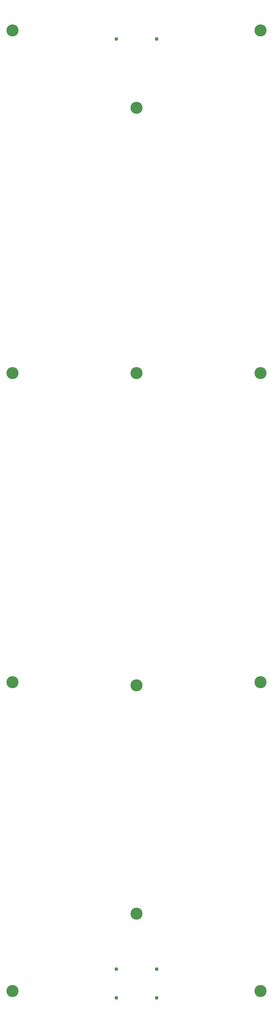
<source format=gbr>
G04 #@! TF.FileFunction,Soldermask,Bot*
%FSLAX46Y46*%
G04 Gerber Fmt 4.6, Leading zero omitted, Abs format (unit mm)*
G04 Created by KiCad (PCBNEW 4.0.7-e2-6376~58~ubuntu16.04.1) date Sun Mar 18 17:39:43 2018*
%MOMM*%
%LPD*%
G01*
G04 APERTURE LIST*
%ADD10C,0.100000*%
%ADD11C,1.100000*%
%ADD12C,3.600000*%
G04 APERTURE END LIST*
D10*
D11*
X154000000Y-321500000D03*
X166000000Y-321500000D03*
X166000000Y-44500000D03*
D12*
X197000000Y-328000000D03*
X197000000Y-236000000D03*
X197000000Y-144000000D03*
X197000000Y-42000000D03*
X160000000Y-305000000D03*
X160000000Y-237000000D03*
X160000000Y-144000000D03*
X160000000Y-65000000D03*
X123000000Y-328000000D03*
X123000000Y-236000000D03*
X123000000Y-144000000D03*
X123000000Y-42000000D03*
D11*
X154000000Y-44500000D03*
X154000000Y-330000000D03*
X166000000Y-330000000D03*
M02*

</source>
